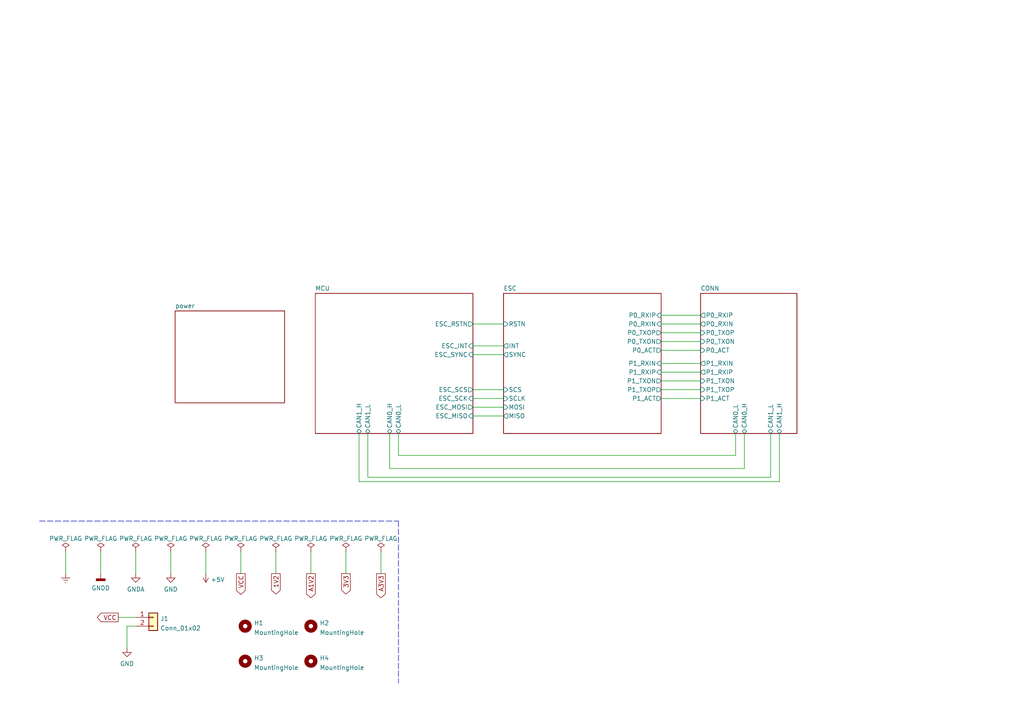
<source format=kicad_sch>
(kicad_sch (version 20211123) (generator eeschema)
  (paper "A4")
  (lib_symbols
    (symbol "Connector_Generic:Conn_01x02" (pin_names (offset 1.016) hide)
      (property "Reference" "J" (at 0 2.54 0))
      (property "Value" "Conn_01x02" (at 0 -5.08 0))
      (symbol "Conn_01x02_1_1"
        (rectangle (start -1.27 -2.413) (end 0 -2.667) (stroke (width 0.1524)))
        (rectangle (start -1.27 0.127) (end 0 -0.127) (stroke (width 0.1524)))
        (rectangle (start -1.27 1.27) (end 1.27 -3.81) (stroke (width 0.254)) (fill (type background)))
        (pin passive line (at -5.08 0 0) (length 3.81) (name "Pin_1") (number "1"))
        (pin passive line (at -5.08 -2.54 0) (length 3.81) (name "Pin_2") (number "2"))
      )
    )
    (symbol "Mechanical:MountingHole" (pin_names (offset 1.016))
      (property "Reference" "H" (at 0 5.08 0))
      (property "Value" "MountingHole" (at 0 3.175 0))
      (symbol "MountingHole_0_1"
        (circle (center 0 0) (radius 1.27) (stroke (width 1.27)))
      )
    )
    (symbol "power:+5V" (power) (pin_names (offset 0))
      (property "Value" "+5V" (at 0 3.556 0))
      (symbol "+5V_0_1"
        (polyline (pts (xy -0.762 1.27) (xy 0 2.54)))
        (polyline (pts (xy 0 0) (xy 0 2.54)))
        (polyline (pts (xy 0 2.54) (xy 0.762 1.27)))
      )
      (symbol "+5V_1_1"
        (pin power_in line (at 0 0 90) (length 0) hide (name "+5V") (number "1"))
      )
    )
    (symbol "power:Earth" (power) (pin_names (offset 0))
      (symbol "Earth_0_1"
        (polyline (pts (xy -0.635 -1.905) (xy 0.635 -1.905)))
        (polyline (pts (xy -0.127 -2.54) (xy 0.127 -2.54)))
        (polyline (pts (xy 0 -1.27) (xy 0 0)))
        (polyline (pts (xy 1.27 -1.27) (xy -1.27 -1.27)))
      )
      (symbol "Earth_1_1"
        (pin power_in line (at 0 0 270) (length 0) hide (name "Earth") (number "1"))
      )
    )
    (symbol "power:GND" (power) (pin_names (offset 0))
      (property "Value" "GND" (at 0 -3.81 0))
      (symbol "GND_0_1"
        (polyline (pts (xy 0 0) (xy 0 -1.27) (xy 1.27 -1.27) (xy 0 -2.54) (xy -1.27 -1.27) (xy 0 -1.27)))
      )
      (symbol "GND_1_1"
        (pin power_in line (at 0 0 270) (length 0) hide (name "GND") (number "1"))
      )
    )
    (symbol "power:GNDA" (power) (pin_names (offset 0))
      (property "Value" "GNDA" (at 0 -3.81 0))
      (symbol "GNDA_0_1"
        (polyline (pts (xy 0 0) (xy 0 -1.27) (xy 1.27 -1.27) (xy 0 -2.54) (xy -1.27 -1.27) (xy 0 -1.27)))
      )
      (symbol "GNDA_1_1"
        (pin power_in line (at 0 0 270) (length 0) hide (name "GNDA") (number "1"))
      )
    )
    (symbol "power:GNDD" (power) (pin_names (offset 0))
      (property "Value" "GNDD" (at 0 -3.175 0))
      (symbol "GNDD_0_1"
        (rectangle (start -1.27 -1.524) (end 1.27 -2.032) (stroke (width 0.254)) (fill (type outline)))
        (polyline (pts (xy 0 0) (xy 0 -1.524)))
      )
      (symbol "GNDD_1_1"
        (pin power_in line (at 0 0 270) (length 0) hide (name "GNDD") (number "1"))
      )
    )
    (symbol "power:PWR_FLAG" (power) (pin_numbers hide) (pin_names (offset 0) hide)
      (property "Value" "PWR_FLAG" (at 0 3.81 0))
      (symbol "PWR_FLAG_0_0"
        (pin power_out line (at 0 0 90) (length 0) (name "pwr") (number "1"))
      )
      (symbol "PWR_FLAG_0_1"
        (polyline (pts (xy 0 0) (xy 0 1.27) (xy -1.016 1.905) (xy 0 2.54) (xy 1.016 1.905) (xy 0 1.27)))
      )
    )
  )
  (wire (pts (xy 191.77 113.03) (xy 203.2 113.03)))
  (wire (pts (xy 90.17 160.02) (xy 90.17 166.37)))
  (wire (pts (xy 191.77 96.52) (xy 203.2 96.52)))
  (wire (pts (xy 59.69 160.02) (xy 59.69 166.37)))
  (wire (pts (xy 137.16 100.33) (xy 146.05 100.33)))
  (wire (pts (xy 137.16 102.87) (xy 146.05 102.87)))
  (polyline (pts (xy 115.57 151.13) (xy 115.57 198.12)))
  (wire (pts (xy 100.33 160.02) (xy 100.33 166.37)))
  (wire (pts (xy 34.29 179.07) (xy 39.37 179.07)))
  (wire (pts (xy 191.77 105.41) (xy 203.2 105.41)))
  (wire (pts (xy 69.85 160.02) (xy 69.85 166.37)))
  (wire (pts (xy 191.77 107.95) (xy 203.2 107.95)))
  (wire (pts (xy 191.77 101.6) (xy 203.2 101.6)))
  (wire (pts (xy 191.77 99.06) (xy 203.2 99.06)))
  (wire (pts (xy 110.49 160.02) (xy 110.49 166.37)))
  (wire (pts (xy 137.16 120.65) (xy 146.05 120.65)))
  (wire (pts (xy 191.77 93.98) (xy 203.2 93.98)))
  (wire (pts (xy 226.06 125.73) (xy 226.06 139.7)))
  (wire (pts (xy 213.36 132.08) (xy 213.36 125.73)))
  (wire (pts (xy 223.52 138.43) (xy 223.52 125.73)))
  (wire (pts (xy 113.03 135.89) (xy 215.9 135.89)))
  (wire (pts (xy 29.21 160.02) (xy 29.21 166.37)))
  (wire (pts (xy 104.14 139.7) (xy 226.06 139.7)))
  (wire (pts (xy 137.16 115.57) (xy 146.05 115.57)))
  (wire (pts (xy 137.16 93.98) (xy 146.05 93.98)))
  (wire (pts (xy 39.37 181.61) (xy 36.83 181.61)))
  (wire (pts (xy 191.77 91.44) (xy 203.2 91.44)))
  (wire (pts (xy 36.83 181.61) (xy 36.83 187.96)))
  (wire (pts (xy 137.16 113.03) (xy 146.05 113.03)))
  (polyline (pts (xy 11.43 151.13) (xy 115.57 151.13)))
  (wire (pts (xy 137.16 118.11) (xy 146.05 118.11)))
  (wire (pts (xy 104.14 125.73) (xy 104.14 139.7)))
  (wire (pts (xy 215.9 135.89) (xy 215.9 125.73)))
  (wire (pts (xy 19.05 160.02) (xy 19.05 166.37)))
  (wire (pts (xy 39.37 160.02) (xy 39.37 166.37)))
  (wire (pts (xy 106.68 125.73) (xy 106.68 138.43)))
  (wire (pts (xy 113.03 125.73) (xy 113.03 135.89)))
  (wire (pts (xy 115.57 125.73) (xy 115.57 132.08)))
  (wire (pts (xy 80.01 160.02) (xy 80.01 166.37)))
  (wire (pts (xy 115.57 132.08) (xy 213.36 132.08)))
  (wire (pts (xy 191.77 110.49) (xy 203.2 110.49)))
  (wire (pts (xy 49.53 160.02) (xy 49.53 166.37)))
  (wire (pts (xy 106.68 138.43) (xy 223.52 138.43)))
  (wire (pts (xy 191.77 115.57) (xy 203.2 115.57)))
  (global_label "A1V2" (shape output) (at 90.17 166.37 270) (property "Intersheet References" "${INTERSHEET_REFS}" (effects hide)))
  (global_label "VCC" (shape output) (at 34.29 179.07 180) (property "Intersheet References" "${INTERSHEET_REFS}" (effects hide)))
  (global_label "VCC" (shape output) (at 69.85 166.37 270) (property "Intersheet References" "${INTERSHEET_REFS}" (effects hide)))
  (global_label "3V3" (shape output) (at 100.33 166.37 270) (property "Intersheet References" "${INTERSHEET_REFS}" (effects hide)))
  (global_label "1V2" (shape output) (at 80.01 166.37 270) (property "Intersheet References" "${INTERSHEET_REFS}" (effects hide)))
  (global_label "A3V3" (shape output) (at 110.49 166.37 270) (property "Intersheet References" "${INTERSHEET_REFS}" (effects hide)))
  (symbol (lib_id "power:PWR_FLAG") (at 80.01 160.02 0) (unit 1)
    (property "Reference" "#FLG0107" (effects hide))
    (property "Value" "PWR_FLAG" (at 80.01 156.21 0))
  )
  (symbol (lib_id "power:GND") (at 49.53 166.37 0) (unit 1)
    (property "Reference" "#PWR0126" (effects hide))
    (property "Value" "GND" (at 49.53 170.9325 0))
  )
  (symbol (lib_id "power:PWR_FLAG") (at 110.49 160.02 0) (unit 1)
    (property "Reference" "#FLG0110" (effects hide))
    (property "Value" "PWR_FLAG" (at 110.49 156.21 0))
  )
  (symbol (lib_id "power:PWR_FLAG") (at 39.37 160.02 0) (unit 1)
    (property "Reference" "#FLG0106" (effects hide))
    (property "Value" "PWR_FLAG" (at 39.37 156.21 0))
  )
  (symbol (lib_id "power:GNDA") (at 39.37 166.37 0) (unit 1)
    (property "Reference" "#PWR0125" (effects hide))
    (property "Value" "GNDA" (at 39.37 170.9325 0))
  )
  (symbol (lib_id "power:PWR_FLAG") (at 29.21 160.02 0) (unit 1)
    (property "Reference" "#FLG0105" (effects hide))
    (property "Value" "PWR_FLAG" (at 29.21 156.21 0))
  )
  (symbol (lib_id "power:+5V") (at 59.69 166.37 180) (unit 1)
    (property "Reference" "#PWR0104" (effects hide))
    (property "Value" "+5V" (at 61.087 168.119 0) (effects (justify right)))
  )
  (symbol (lib_id "power:Earth") (at 19.05 166.37 0) (unit 1)
    (property "Reference" "#PWR0128" (effects hide))
    (property "Value" "Earth" (effects hide))
  )
  (symbol (lib_id "power:PWR_FLAG") (at 59.69 160.02 0) (unit 1)
    (property "Reference" "#FLG0104" (effects hide))
    (property "Value" "PWR_FLAG" (at 59.69 156.21 0))
  )
  (symbol (lib_id "power:PWR_FLAG") (at 90.17 160.02 0) (unit 1)
    (property "Reference" "#FLG0108" (effects hide))
    (property "Value" "PWR_FLAG" (at 90.17 156.21 0))
  )
  (symbol (lib_id "Connector_Generic:Conn_01x02") (at 44.45 179.07 0) (unit 1)
    (property "Reference" "J1" (at 46.482 179.4315 0) (effects (justify left)))
    (property "Value" "Conn_01x02" (at 46.482 182.2066 0) (effects (justify left)))
    (property "Footprint" "Connector_AMASS:AMASS_XT30UPB-M_1x02_P5.0mm_Vertical" (effects hide))
  )
  (symbol (lib_id "Mechanical:MountingHole") (at 71.12 181.61 0) (unit 1)
    (property "Reference" "H1" (at 73.66 180.7015 0) (effects (justify left)))
    (property "Value" "MountingHole" (at 73.66 183.4766 0) (effects (justify left)))
    (property "Footprint" "MountingHole:MountingHole_2.2mm_M2_DIN965_Pad" (effects hide))
  )
  (symbol (lib_id "Mechanical:MountingHole") (at 90.17 191.77 0) (unit 1)
    (property "Reference" "H4" (at 92.71 190.8615 0) (effects (justify left)))
    (property "Value" "MountingHole" (at 92.71 193.6366 0) (effects (justify left)))
    (property "Footprint" "MountingHole:MountingHole_2.2mm_M2_DIN965_Pad" (effects hide))
  )
  (symbol (lib_id "power:PWR_FLAG") (at 19.05 160.02 0) (unit 1)
    (property "Reference" "#FLG0102" (effects hide))
    (property "Value" "PWR_FLAG" (at 19.05 156.21 0))
  )
  (symbol (lib_id "power:PWR_FLAG") (at 69.85 160.02 0) (unit 1)
    (property "Reference" "#FLG0103" (effects hide))
    (property "Value" "PWR_FLAG" (at 69.85 156.21 0))
  )
  (symbol (lib_id "power:PWR_FLAG") (at 49.53 160.02 0) (unit 1)
    (property "Reference" "#FLG0101" (effects hide))
    (property "Value" "PWR_FLAG" (at 49.53 156.21 0))
  )
  (symbol (lib_id "Mechanical:MountingHole") (at 71.12 191.77 0) (unit 1)
    (property "Reference" "H3" (at 73.66 190.8615 0) (effects (justify left)))
    (property "Value" "MountingHole" (at 73.66 193.6366 0) (effects (justify left)))
    (property "Footprint" "MountingHole:MountingHole_2.2mm_M2_DIN965_Pad" (effects hide))
  )
  (symbol (lib_id "power:PWR_FLAG") (at 100.33 160.02 0) (unit 1)
    (property "Reference" "#FLG0109" (effects hide))
    (property "Value" "PWR_FLAG" (at 100.33 156.21 0))
  )
  (symbol (lib_id "Mechanical:MountingHole") (at 90.17 181.61 0) (unit 1)
    (property "Reference" "H2" (at 92.71 180.7015 0) (effects (justify left)))
    (property "Value" "MountingHole" (at 92.71 183.4766 0) (effects (justify left)))
    (property "Footprint" "MountingHole:MountingHole_2.2mm_M2_DIN965_Pad" (effects hide))
  )
  (symbol (lib_id "power:GND") (at 36.83 187.96 0) (unit 1)
    (property "Reference" "#PWR0131" (effects hide))
    (property "Value" "GND" (at 36.83 192.5225 0))
  )
  (symbol (lib_id "power:GNDD") (at 29.21 166.37 0) (unit 1)
    (property "Reference" "#PWR0127" (effects hide))
    (property "Value" "GNDD" (at 29.21 170.5515 0))
  )
  (sheet (at 146.05 85.09) (size 45.72 40.64) (stroke (width 0.1524))
    (property "Sheet name" "ESC" (at 146.05 84.3784 0) (effects (justify left bottom)))
    (property "Sheet file" "ESC.kicad_sch" (effects hide))
    (pin "RSTN" input (at 146.05 93.98 180))
    (pin "P1_ACT" output (at 191.77 115.57 0))
    (pin "P0_TXOP" output (at 191.77 96.52 0))
    (pin "P0_TXON" output (at 191.77 99.06 0))
    (pin "P0_RXIP" input (at 191.77 91.44 0))
    (pin "INT" output (at 146.05 100.33 180))
    (pin "SYNC" output (at 146.05 102.87 180))
    (pin "MISO" output (at 146.05 120.65 180))
    (pin "P0_ACT" output (at 191.77 101.6 0))
    (pin "SCS" input (at 146.05 113.03 180))
    (pin "MOSI" input (at 146.05 118.11 180))
    (pin "SCLK" input (at 146.05 115.57 180))
    (pin "P1_TXON" output (at 191.77 110.49 0))
    (pin "P1_TXOP" output (at 191.77 113.03 0))
    (pin "P1_RXIN" input (at 191.77 105.41 0))
    (pin "P1_RXIP" input (at 191.77 107.95 0))
    (pin "P0_RXIN" input (at 191.77 93.98 0))
  )
  (sheet (at 203.2 85.09) (size 27.94 40.64) (stroke (width 0.1524))
    (property "Sheet name" "CONN" (at 203.2 84.3784 0) (effects (justify left bottom)))
    (property "Sheet file" "CONN.kicad_sch" (effects hide))
    (pin "P0_TXOP" input (at 203.2 96.52 180))
    (pin "P0_RXIN" output (at 203.2 93.98 180))
    (pin "P1_TXOP" input (at 203.2 113.03 180))
    (pin "P0_RXIP" output (at 203.2 91.44 180))
    (pin "P0_TXON" input (at 203.2 99.06 180))
    (pin "P1_RXIN" output (at 203.2 105.41 180))
    (pin "P1_RXIP" output (at 203.2 107.95 180))
    (pin "P1_TXON" input (at 203.2 110.49 180))
    (pin "P1_ACT" input (at 203.2 115.57 180))
    (pin "P0_ACT" input (at 203.2 101.6 180))
    (pin "CAN1_L" bidirectional (at 223.52 125.73 270))
    (pin "CAN0_H" bidirectional (at 215.9 125.73 270))
    (pin "CAN0_L" bidirectional (at 213.36 125.73 270))
    (pin "CAN1_H" bidirectional (at 226.06 125.73 270))
  )
  (sheet (at 91.44 85.09) (size 45.72 40.64) (stroke (width 0.1524))
    (property "Sheet name" "MCU" (at 91.44 84.3784 0) (effects (justify left bottom)))
    (property "Sheet file" "MCU.kicad_sch" (effects hide))
    (pin "CAN1_L" bidirectional (at 106.68 125.73 270))
    (pin "CAN1_H" bidirectional (at 104.14 125.73 270))
    (pin "CAN0_L" bidirectional (at 115.57 125.73 270))
    (pin "CAN0_H" bidirectional (at 113.03 125.73 270))
    (pin "ESC_SYNC" input (at 137.16 102.87 0))
    (pin "ESC_INT" input (at 137.16 100.33 0))
    (pin "ESC_RSTN" output (at 137.16 93.98 0))
    (pin "ESC_MOSI" output (at 137.16 118.11 0))
    (pin "ESC_MISO" input (at 137.16 120.65 0))
    (pin "ESC_SCK" input (at 137.16 115.57 0))
    (pin "ESC_SCS" output (at 137.16 113.03 0))
  )
  (sheet (at 50.8 90.17) (size 31.75 26.67) (stroke (width 0.1524))
    (property "Sheet name" "power" (at 50.8 89.4584 0) (effects (justify left bottom)))
    (property "Sheet file" "POWER.kicad_sch" (effects hide))
  )
)
</source>
